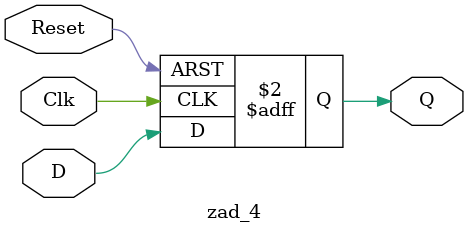
<source format=v>

`timescale 1ps / 1ps


module zad_4 (
	output reg Q,
	input Clk, Reset, D
);
	always @(posedge Clk or posedge Reset)
	if (Reset) Q <= 1'b0;
	else Q <= D;
endmodule
</source>
